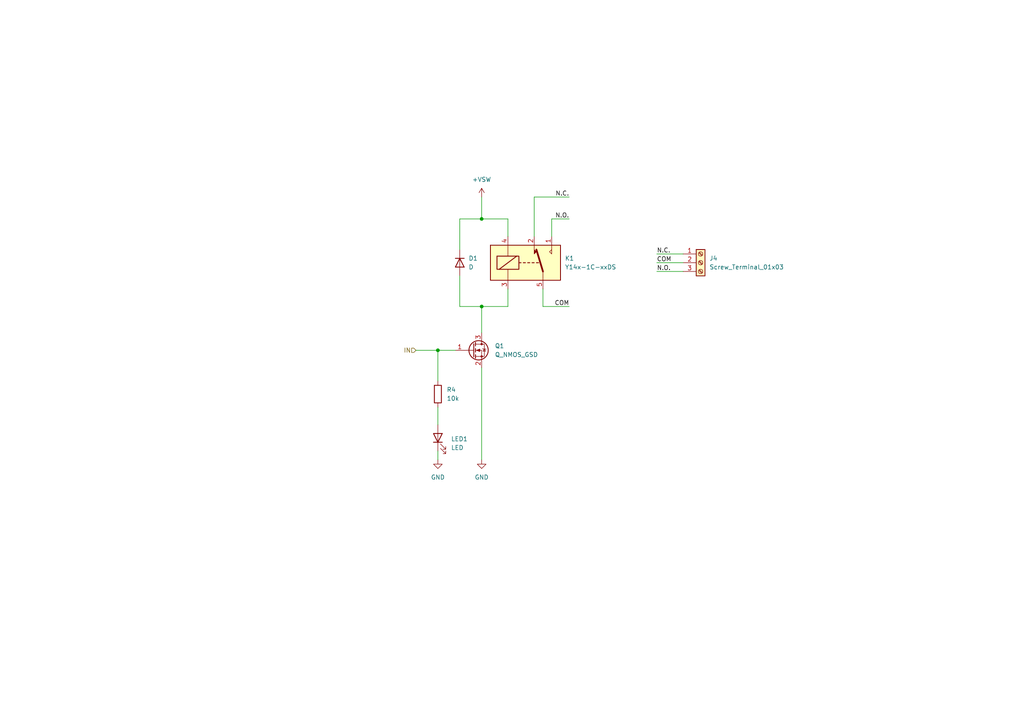
<source format=kicad_sch>
(kicad_sch (version 20211123) (generator eeschema)

  (uuid ee5bd258-5123-485c-ae03-155c1a7e07dd)

  (paper "A4")

  (lib_symbols
    (symbol "Library:D" (pin_numbers hide) (pin_names (offset 1.016) hide) (in_bom yes) (on_board yes)
      (property "Reference" "D" (id 0) (at 0 2.54 0)
        (effects (font (size 1.27 1.27)))
      )
      (property "Value" "D" (id 1) (at 0 -2.54 0)
        (effects (font (size 1.27 1.27)))
      )
      (property "Footprint" "" (id 2) (at 0 0 0)
        (effects (font (size 1.27 1.27)) hide)
      )
      (property "Datasheet" "~" (id 3) (at 0 0 0)
        (effects (font (size 1.27 1.27)) hide)
      )
      (property "ki_keywords" "diode" (id 4) (at 0 0 0)
        (effects (font (size 1.27 1.27)) hide)
      )
      (property "ki_description" "Diode" (id 5) (at 0 0 0)
        (effects (font (size 1.27 1.27)) hide)
      )
      (property "ki_fp_filters" "TO-???* *_Diode_* *SingleDiode* D_*" (id 6) (at 0 0 0)
        (effects (font (size 1.27 1.27)) hide)
      )
      (symbol "D_0_1"
        (polyline
          (pts
            (xy -1.27 1.27)
            (xy -1.27 -1.27)
          )
          (stroke (width 0.254) (type default) (color 0 0 0 0))
          (fill (type none))
        )
        (polyline
          (pts
            (xy 1.27 0)
            (xy -1.27 0)
          )
          (stroke (width 0) (type default) (color 0 0 0 0))
          (fill (type none))
        )
        (polyline
          (pts
            (xy 1.27 1.27)
            (xy 1.27 -1.27)
            (xy -1.27 0)
            (xy 1.27 1.27)
          )
          (stroke (width 0.254) (type default) (color 0 0 0 0))
          (fill (type none))
        )
      )
      (symbol "D_1_1"
        (pin passive line (at -3.81 0 0) (length 2.54)
          (name "K" (effects (font (size 1.27 1.27))))
          (number "1" (effects (font (size 1.27 1.27))))
        )
        (pin passive line (at 3.81 0 180) (length 2.54)
          (name "A" (effects (font (size 1.27 1.27))))
          (number "2" (effects (font (size 1.27 1.27))))
        )
      )
    )
    (symbol "Library:LED" (pin_numbers hide) (pin_names (offset 1.016) hide) (in_bom yes) (on_board yes)
      (property "Reference" "D" (id 0) (at 0 2.54 0)
        (effects (font (size 1.27 1.27)))
      )
      (property "Value" "LED" (id 1) (at 0 -2.54 0)
        (effects (font (size 1.27 1.27)))
      )
      (property "Footprint" "" (id 2) (at 0 0 0)
        (effects (font (size 1.27 1.27)) hide)
      )
      (property "Datasheet" "~" (id 3) (at 0 0 0)
        (effects (font (size 1.27 1.27)) hide)
      )
      (property "ki_keywords" "LED diode" (id 4) (at 0 0 0)
        (effects (font (size 1.27 1.27)) hide)
      )
      (property "ki_description" "Light emitting diode" (id 5) (at 0 0 0)
        (effects (font (size 1.27 1.27)) hide)
      )
      (property "ki_fp_filters" "LED* LED_SMD:* LED_THT:*" (id 6) (at 0 0 0)
        (effects (font (size 1.27 1.27)) hide)
      )
      (symbol "LED_0_1"
        (polyline
          (pts
            (xy -1.27 -1.27)
            (xy -1.27 1.27)
          )
          (stroke (width 0.254) (type default) (color 0 0 0 0))
          (fill (type none))
        )
        (polyline
          (pts
            (xy -1.27 0)
            (xy 1.27 0)
          )
          (stroke (width 0) (type default) (color 0 0 0 0))
          (fill (type none))
        )
        (polyline
          (pts
            (xy 1.27 -1.27)
            (xy 1.27 1.27)
            (xy -1.27 0)
            (xy 1.27 -1.27)
          )
          (stroke (width 0.254) (type default) (color 0 0 0 0))
          (fill (type none))
        )
        (polyline
          (pts
            (xy -3.048 -0.762)
            (xy -4.572 -2.286)
            (xy -3.81 -2.286)
            (xy -4.572 -2.286)
            (xy -4.572 -1.524)
          )
          (stroke (width 0) (type default) (color 0 0 0 0))
          (fill (type none))
        )
        (polyline
          (pts
            (xy -1.778 -0.762)
            (xy -3.302 -2.286)
            (xy -2.54 -2.286)
            (xy -3.302 -2.286)
            (xy -3.302 -1.524)
          )
          (stroke (width 0) (type default) (color 0 0 0 0))
          (fill (type none))
        )
      )
      (symbol "LED_1_1"
        (pin passive line (at -3.81 0 0) (length 2.54)
          (name "K" (effects (font (size 1.27 1.27))))
          (number "1" (effects (font (size 1.27 1.27))))
        )
        (pin passive line (at 3.81 0 180) (length 2.54)
          (name "A" (effects (font (size 1.27 1.27))))
          (number "2" (effects (font (size 1.27 1.27))))
        )
      )
    )
    (symbol "Library:Q_NMOS_GSD" (pin_names (offset 0) hide) (in_bom yes) (on_board yes)
      (property "Reference" "Q" (id 0) (at 5.08 1.27 0)
        (effects (font (size 1.27 1.27)) (justify left))
      )
      (property "Value" "Q_NMOS_GSD" (id 1) (at 5.08 -1.27 0)
        (effects (font (size 1.27 1.27)) (justify left))
      )
      (property "Footprint" "" (id 2) (at 5.08 2.54 0)
        (effects (font (size 1.27 1.27)) hide)
      )
      (property "Datasheet" "~" (id 3) (at 0 0 0)
        (effects (font (size 1.27 1.27)) hide)
      )
      (property "ki_keywords" "transistor NMOS N-MOS N-MOSFET" (id 4) (at 0 0 0)
        (effects (font (size 1.27 1.27)) hide)
      )
      (property "ki_description" "N-MOSFET transistor, gate/source/drain" (id 5) (at 0 0 0)
        (effects (font (size 1.27 1.27)) hide)
      )
      (symbol "Q_NMOS_GSD_0_1"
        (polyline
          (pts
            (xy 0.254 0)
            (xy -2.54 0)
          )
          (stroke (width 0) (type default) (color 0 0 0 0))
          (fill (type none))
        )
        (polyline
          (pts
            (xy 0.254 1.905)
            (xy 0.254 -1.905)
          )
          (stroke (width 0.254) (type default) (color 0 0 0 0))
          (fill (type none))
        )
        (polyline
          (pts
            (xy 0.762 -1.27)
            (xy 0.762 -2.286)
          )
          (stroke (width 0.254) (type default) (color 0 0 0 0))
          (fill (type none))
        )
        (polyline
          (pts
            (xy 0.762 0.508)
            (xy 0.762 -0.508)
          )
          (stroke (width 0.254) (type default) (color 0 0 0 0))
          (fill (type none))
        )
        (polyline
          (pts
            (xy 0.762 2.286)
            (xy 0.762 1.27)
          )
          (stroke (width 0.254) (type default) (color 0 0 0 0))
          (fill (type none))
        )
        (polyline
          (pts
            (xy 2.54 2.54)
            (xy 2.54 1.778)
          )
          (stroke (width 0) (type default) (color 0 0 0 0))
          (fill (type none))
        )
        (polyline
          (pts
            (xy 2.54 -2.54)
            (xy 2.54 0)
            (xy 0.762 0)
          )
          (stroke (width 0) (type default) (color 0 0 0 0))
          (fill (type none))
        )
        (polyline
          (pts
            (xy 0.762 -1.778)
            (xy 3.302 -1.778)
            (xy 3.302 1.778)
            (xy 0.762 1.778)
          )
          (stroke (width 0) (type default) (color 0 0 0 0))
          (fill (type none))
        )
        (polyline
          (pts
            (xy 1.016 0)
            (xy 2.032 0.381)
            (xy 2.032 -0.381)
            (xy 1.016 0)
          )
          (stroke (width 0) (type default) (color 0 0 0 0))
          (fill (type outline))
        )
        (polyline
          (pts
            (xy 2.794 0.508)
            (xy 2.921 0.381)
            (xy 3.683 0.381)
            (xy 3.81 0.254)
          )
          (stroke (width 0) (type default) (color 0 0 0 0))
          (fill (type none))
        )
        (polyline
          (pts
            (xy 3.302 0.381)
            (xy 2.921 -0.254)
            (xy 3.683 -0.254)
            (xy 3.302 0.381)
          )
          (stroke (width 0) (type default) (color 0 0 0 0))
          (fill (type none))
        )
        (circle (center 1.651 0) (radius 2.794)
          (stroke (width 0.254) (type default) (color 0 0 0 0))
          (fill (type none))
        )
        (circle (center 2.54 -1.778) (radius 0.254)
          (stroke (width 0) (type default) (color 0 0 0 0))
          (fill (type outline))
        )
        (circle (center 2.54 1.778) (radius 0.254)
          (stroke (width 0) (type default) (color 0 0 0 0))
          (fill (type outline))
        )
      )
      (symbol "Q_NMOS_GSD_1_1"
        (pin input line (at -5.08 0 0) (length 2.54)
          (name "G" (effects (font (size 1.27 1.27))))
          (number "1" (effects (font (size 1.27 1.27))))
        )
        (pin passive line (at 2.54 -5.08 90) (length 2.54)
          (name "S" (effects (font (size 1.27 1.27))))
          (number "2" (effects (font (size 1.27 1.27))))
        )
        (pin passive line (at 2.54 5.08 270) (length 2.54)
          (name "D" (effects (font (size 1.27 1.27))))
          (number "3" (effects (font (size 1.27 1.27))))
        )
      )
    )
    (symbol "Library:R" (pin_numbers hide) (pin_names (offset 0)) (in_bom yes) (on_board yes)
      (property "Reference" "R" (id 0) (at 2.032 0 90)
        (effects (font (size 1.27 1.27)))
      )
      (property "Value" "R" (id 1) (at 0 0 90)
        (effects (font (size 1.27 1.27)))
      )
      (property "Footprint" "" (id 2) (at -1.778 0 90)
        (effects (font (size 1.27 1.27)) hide)
      )
      (property "Datasheet" "~" (id 3) (at 0 0 0)
        (effects (font (size 1.27 1.27)) hide)
      )
      (property "ki_keywords" "R res resistor" (id 4) (at 0 0 0)
        (effects (font (size 1.27 1.27)) hide)
      )
      (property "ki_description" "Resistor" (id 5) (at 0 0 0)
        (effects (font (size 1.27 1.27)) hide)
      )
      (property "ki_fp_filters" "R_*" (id 6) (at 0 0 0)
        (effects (font (size 1.27 1.27)) hide)
      )
      (symbol "R_0_1"
        (rectangle (start -1.016 -2.54) (end 1.016 2.54)
          (stroke (width 0.254) (type default) (color 0 0 0 0))
          (fill (type none))
        )
      )
      (symbol "R_1_1"
        (pin passive line (at 0 3.81 270) (length 1.27)
          (name "~" (effects (font (size 1.27 1.27))))
          (number "1" (effects (font (size 1.27 1.27))))
        )
        (pin passive line (at 0 -3.81 90) (length 1.27)
          (name "~" (effects (font (size 1.27 1.27))))
          (number "2" (effects (font (size 1.27 1.27))))
        )
      )
    )
    (symbol "Library:Screw_Terminal_01x03" (pin_names (offset 1.016) hide) (in_bom yes) (on_board yes)
      (property "Reference" "J" (id 0) (at 0 5.08 0)
        (effects (font (size 1.27 1.27)))
      )
      (property "Value" "Screw_Terminal_01x03" (id 1) (at 0 -5.08 0)
        (effects (font (size 1.27 1.27)))
      )
      (property "Footprint" "" (id 2) (at 0 0 0)
        (effects (font (size 1.27 1.27)) hide)
      )
      (property "Datasheet" "~" (id 3) (at 0 0 0)
        (effects (font (size 1.27 1.27)) hide)
      )
      (property "ki_keywords" "screw terminal" (id 4) (at 0 0 0)
        (effects (font (size 1.27 1.27)) hide)
      )
      (property "ki_description" "Generic screw terminal, single row, 01x03, script generated (kicad-library-utils/schlib/autogen/connector/)" (id 5) (at 0 0 0)
        (effects (font (size 1.27 1.27)) hide)
      )
      (property "ki_fp_filters" "TerminalBlock*:*" (id 6) (at 0 0 0)
        (effects (font (size 1.27 1.27)) hide)
      )
      (symbol "Screw_Terminal_01x03_1_1"
        (rectangle (start -1.27 3.81) (end 1.27 -3.81)
          (stroke (width 0.254) (type default) (color 0 0 0 0))
          (fill (type background))
        )
        (circle (center 0 -2.54) (radius 0.635)
          (stroke (width 0.1524) (type default) (color 0 0 0 0))
          (fill (type none))
        )
        (polyline
          (pts
            (xy -0.5334 -2.2098)
            (xy 0.3302 -3.048)
          )
          (stroke (width 0.1524) (type default) (color 0 0 0 0))
          (fill (type none))
        )
        (polyline
          (pts
            (xy -0.5334 0.3302)
            (xy 0.3302 -0.508)
          )
          (stroke (width 0.1524) (type default) (color 0 0 0 0))
          (fill (type none))
        )
        (polyline
          (pts
            (xy -0.5334 2.8702)
            (xy 0.3302 2.032)
          )
          (stroke (width 0.1524) (type default) (color 0 0 0 0))
          (fill (type none))
        )
        (polyline
          (pts
            (xy -0.3556 -2.032)
            (xy 0.508 -2.8702)
          )
          (stroke (width 0.1524) (type default) (color 0 0 0 0))
          (fill (type none))
        )
        (polyline
          (pts
            (xy -0.3556 0.508)
            (xy 0.508 -0.3302)
          )
          (stroke (width 0.1524) (type default) (color 0 0 0 0))
          (fill (type none))
        )
        (polyline
          (pts
            (xy -0.3556 3.048)
            (xy 0.508 2.2098)
          )
          (stroke (width 0.1524) (type default) (color 0 0 0 0))
          (fill (type none))
        )
        (circle (center 0 0) (radius 0.635)
          (stroke (width 0.1524) (type default) (color 0 0 0 0))
          (fill (type none))
        )
        (circle (center 0 2.54) (radius 0.635)
          (stroke (width 0.1524) (type default) (color 0 0 0 0))
          (fill (type none))
        )
        (pin passive line (at -5.08 2.54 0) (length 3.81)
          (name "Pin_1" (effects (font (size 1.27 1.27))))
          (number "1" (effects (font (size 1.27 1.27))))
        )
        (pin passive line (at -5.08 0 0) (length 3.81)
          (name "Pin_2" (effects (font (size 1.27 1.27))))
          (number "2" (effects (font (size 1.27 1.27))))
        )
        (pin passive line (at -5.08 -2.54 0) (length 3.81)
          (name "Pin_3" (effects (font (size 1.27 1.27))))
          (number "3" (effects (font (size 1.27 1.27))))
        )
      )
    )
    (symbol "Library:Y14x-1C-xxDS" (in_bom yes) (on_board yes)
      (property "Reference" "K" (id 0) (at 11.43 3.81 0)
        (effects (font (size 1.27 1.27)) (justify left))
      )
      (property "Value" "Y14x-1C-xxDS" (id 1) (at 11.43 1.27 0)
        (effects (font (size 1.27 1.27)) (justify left))
      )
      (property "Footprint" "Relay_THT:Relay_SPDT_HsinDa_Y14" (id 2) (at 11.43 -1.27 0)
        (effects (font (size 1.27 1.27)) (justify left) hide)
      )
      (property "Datasheet" "http://www.hsinda.com.cn/en/imgdown.asp?FileName=UploadFiles/201431310240386.pdf" (id 3) (at 0 0 0)
        (effects (font (size 1.27 1.27)) hide)
      )
      (property "ki_keywords" "Relay SPDT" (id 4) (at 0 0 0)
        (effects (font (size 1.27 1.27)) hide)
      )
      (property "ki_description" "Hsin Da Y14-series relay, Single Pole Dual Throw" (id 5) (at 0 0 0)
        (effects (font (size 1.27 1.27)) hide)
      )
      (property "ki_fp_filters" "Relay*Y14*" (id 6) (at 0 0 0)
        (effects (font (size 1.27 1.27)) hide)
      )
      (symbol "Y14x-1C-xxDS_0_0"
        (polyline
          (pts
            (xy 7.62 5.08)
            (xy 7.62 2.54)
            (xy 6.985 3.175)
            (xy 7.62 3.81)
          )
          (stroke (width 0) (type default) (color 0 0 0 0))
          (fill (type none))
        )
      )
      (symbol "Y14x-1C-xxDS_0_1"
        (rectangle (start -10.16 5.08) (end 10.16 -5.08)
          (stroke (width 0.254) (type default) (color 0 0 0 0))
          (fill (type background))
        )
        (rectangle (start -8.255 1.905) (end -1.905 -1.905)
          (stroke (width 0.254) (type default) (color 0 0 0 0))
          (fill (type none))
        )
        (polyline
          (pts
            (xy -7.62 -1.905)
            (xy -2.54 1.905)
          )
          (stroke (width 0.254) (type default) (color 0 0 0 0))
          (fill (type none))
        )
        (polyline
          (pts
            (xy -5.08 -5.08)
            (xy -5.08 -1.905)
          )
          (stroke (width 0) (type default) (color 0 0 0 0))
          (fill (type none))
        )
        (polyline
          (pts
            (xy -5.08 5.08)
            (xy -5.08 1.905)
          )
          (stroke (width 0) (type default) (color 0 0 0 0))
          (fill (type none))
        )
        (polyline
          (pts
            (xy -1.905 0)
            (xy -1.27 0)
          )
          (stroke (width 0.254) (type default) (color 0 0 0 0))
          (fill (type none))
        )
        (polyline
          (pts
            (xy -0.635 0)
            (xy 0 0)
          )
          (stroke (width 0.254) (type default) (color 0 0 0 0))
          (fill (type none))
        )
        (polyline
          (pts
            (xy 0.635 0)
            (xy 1.27 0)
          )
          (stroke (width 0.254) (type default) (color 0 0 0 0))
          (fill (type none))
        )
        (polyline
          (pts
            (xy 1.905 0)
            (xy 2.54 0)
          )
          (stroke (width 0.254) (type default) (color 0 0 0 0))
          (fill (type none))
        )
        (polyline
          (pts
            (xy 3.175 0)
            (xy 3.81 0)
          )
          (stroke (width 0.254) (type default) (color 0 0 0 0))
          (fill (type none))
        )
        (polyline
          (pts
            (xy 5.08 -2.54)
            (xy 3.175 3.81)
          )
          (stroke (width 0.508) (type default) (color 0 0 0 0))
          (fill (type none))
        )
        (polyline
          (pts
            (xy 5.08 -2.54)
            (xy 5.08 -5.08)
          )
          (stroke (width 0) (type default) (color 0 0 0 0))
          (fill (type none))
        )
        (polyline
          (pts
            (xy 2.54 5.08)
            (xy 2.54 2.54)
            (xy 3.175 3.175)
            (xy 2.54 3.81)
          )
          (stroke (width 0) (type default) (color 0 0 0 0))
          (fill (type outline))
        )
      )
      (symbol "Y14x-1C-xxDS_1_1"
        (pin passive line (at 7.62 7.62 270) (length 2.54)
          (name "~" (effects (font (size 1.27 1.27))))
          (number "1" (effects (font (size 1.27 1.27))))
        )
        (pin passive line (at 2.54 7.62 270) (length 2.54)
          (name "~" (effects (font (size 1.27 1.27))))
          (number "2" (effects (font (size 1.27 1.27))))
        )
        (pin passive line (at -5.08 -7.62 90) (length 2.54)
          (name "~" (effects (font (size 1.27 1.27))))
          (number "3" (effects (font (size 1.27 1.27))))
        )
        (pin passive line (at -5.08 7.62 270) (length 2.54)
          (name "~" (effects (font (size 1.27 1.27))))
          (number "4" (effects (font (size 1.27 1.27))))
        )
        (pin passive line (at 5.08 -7.62 90) (length 2.54)
          (name "~" (effects (font (size 1.27 1.27))))
          (number "5" (effects (font (size 1.27 1.27))))
        )
        (pin passive line (at 5.08 -7.62 90) (length 2.54) hide
          (name "~" (effects (font (size 1.27 1.27))))
          (number "6" (effects (font (size 1.27 1.27))))
        )
      )
    )
    (symbol "power:+VSW" (power) (pin_names (offset 0)) (in_bom yes) (on_board yes)
      (property "Reference" "#PWR" (id 0) (at 0 -3.81 0)
        (effects (font (size 1.27 1.27)) hide)
      )
      (property "Value" "+VSW" (id 1) (at 0 3.556 0)
        (effects (font (size 1.27 1.27)))
      )
      (property "Footprint" "" (id 2) (at 0 0 0)
        (effects (font (size 1.27 1.27)) hide)
      )
      (property "Datasheet" "" (id 3) (at 0 0 0)
        (effects (font (size 1.27 1.27)) hide)
      )
      (property "ki_keywords" "power-flag" (id 4) (at 0 0 0)
        (effects (font (size 1.27 1.27)) hide)
      )
      (property "ki_description" "Power symbol creates a global label with name \"+VSW\"" (id 5) (at 0 0 0)
        (effects (font (size 1.27 1.27)) hide)
      )
      (symbol "+VSW_0_1"
        (polyline
          (pts
            (xy -0.762 1.27)
            (xy 0 2.54)
          )
          (stroke (width 0) (type default) (color 0 0 0 0))
          (fill (type none))
        )
        (polyline
          (pts
            (xy 0 0)
            (xy 0 2.54)
          )
          (stroke (width 0) (type default) (color 0 0 0 0))
          (fill (type none))
        )
        (polyline
          (pts
            (xy 0 2.54)
            (xy 0.762 1.27)
          )
          (stroke (width 0) (type default) (color 0 0 0 0))
          (fill (type none))
        )
      )
      (symbol "+VSW_1_1"
        (pin power_in line (at 0 0 90) (length 0) hide
          (name "+VSW" (effects (font (size 1.27 1.27))))
          (number "1" (effects (font (size 1.27 1.27))))
        )
      )
    )
    (symbol "power:GND" (power) (pin_names (offset 0)) (in_bom yes) (on_board yes)
      (property "Reference" "#PWR" (id 0) (at 0 -6.35 0)
        (effects (font (size 1.27 1.27)) hide)
      )
      (property "Value" "GND" (id 1) (at 0 -3.81 0)
        (effects (font (size 1.27 1.27)))
      )
      (property "Footprint" "" (id 2) (at 0 0 0)
        (effects (font (size 1.27 1.27)) hide)
      )
      (property "Datasheet" "" (id 3) (at 0 0 0)
        (effects (font (size 1.27 1.27)) hide)
      )
      (property "ki_keywords" "power-flag" (id 4) (at 0 0 0)
        (effects (font (size 1.27 1.27)) hide)
      )
      (property "ki_description" "Power symbol creates a global label with name \"GND\" , ground" (id 5) (at 0 0 0)
        (effects (font (size 1.27 1.27)) hide)
      )
      (symbol "GND_0_1"
        (polyline
          (pts
            (xy 0 0)
            (xy 0 -1.27)
            (xy 1.27 -1.27)
            (xy 0 -2.54)
            (xy -1.27 -1.27)
            (xy 0 -1.27)
          )
          (stroke (width 0) (type default) (color 0 0 0 0))
          (fill (type none))
        )
      )
      (symbol "GND_1_1"
        (pin power_in line (at 0 0 270) (length 0) hide
          (name "GND" (effects (font (size 1.27 1.27))))
          (number "1" (effects (font (size 1.27 1.27))))
        )
      )
    )
  )

  (junction (at 139.7 63.5) (diameter 0) (color 0 0 0 0)
    (uuid 5e075811-4e7b-48d3-ad8e-d82b75559c0d)
  )
  (junction (at 127 101.6) (diameter 0) (color 0 0 0 0)
    (uuid 9bde7081-6ef3-4562-860f-ae4bc994b411)
  )
  (junction (at 139.7 88.9) (diameter 0) (color 0 0 0 0)
    (uuid e0482e44-3da9-45cc-8b63-3eabc0243e0c)
  )

  (wire (pts (xy 157.48 88.9) (xy 165.1 88.9))
    (stroke (width 0) (type default) (color 0 0 0 0))
    (uuid 032d1ecd-ce3b-4419-83df-9f004430eba2)
  )
  (wire (pts (xy 139.7 106.68) (xy 139.7 133.35))
    (stroke (width 0) (type default) (color 0 0 0 0))
    (uuid 0e22d91a-0059-4c7d-84db-d381de72519a)
  )
  (wire (pts (xy 139.7 63.5) (xy 147.32 63.5))
    (stroke (width 0) (type default) (color 0 0 0 0))
    (uuid 22eebe30-f334-4056-a8a2-466cfdb48014)
  )
  (wire (pts (xy 127 130.81) (xy 127 133.35))
    (stroke (width 0) (type default) (color 0 0 0 0))
    (uuid 3332f932-a59c-4ab9-a7ff-64e6a365d6f2)
  )
  (wire (pts (xy 127 101.6) (xy 127 110.49))
    (stroke (width 0) (type default) (color 0 0 0 0))
    (uuid 3776e48a-aafc-4303-98e6-e5b4467d1d05)
  )
  (wire (pts (xy 120.65 101.6) (xy 127 101.6))
    (stroke (width 0) (type default) (color 0 0 0 0))
    (uuid 41a9b60b-e013-4397-8d70-9300763073f7)
  )
  (wire (pts (xy 147.32 88.9) (xy 139.7 88.9))
    (stroke (width 0) (type default) (color 0 0 0 0))
    (uuid 49743a77-5742-4675-baec-ab0896b03d92)
  )
  (wire (pts (xy 133.35 88.9) (xy 133.35 80.01))
    (stroke (width 0) (type default) (color 0 0 0 0))
    (uuid 7efe8cd8-67c2-4fab-840b-01fe8dc2fb37)
  )
  (wire (pts (xy 127 118.11) (xy 127 123.19))
    (stroke (width 0) (type default) (color 0 0 0 0))
    (uuid 7ffc9737-e84e-440c-abd5-4e52dffe27d5)
  )
  (wire (pts (xy 190.5 78.74) (xy 198.12 78.74))
    (stroke (width 0) (type default) (color 0 0 0 0))
    (uuid 8968c246-9ffc-488d-aaad-bc498c160aba)
  )
  (wire (pts (xy 160.02 63.5) (xy 165.1 63.5))
    (stroke (width 0) (type default) (color 0 0 0 0))
    (uuid 8e4f6230-eff6-44f5-8c98-fef212e60b0b)
  )
  (wire (pts (xy 139.7 88.9) (xy 139.7 96.52))
    (stroke (width 0) (type default) (color 0 0 0 0))
    (uuid 90c221af-108b-45b4-a4cc-25b5984f29b7)
  )
  (wire (pts (xy 190.5 76.2) (xy 198.12 76.2))
    (stroke (width 0) (type default) (color 0 0 0 0))
    (uuid 9efacc01-57e5-4e2f-b5ba-8f419c24461d)
  )
  (wire (pts (xy 154.94 68.58) (xy 154.94 57.15))
    (stroke (width 0) (type default) (color 0 0 0 0))
    (uuid a2034de4-18b5-489e-b440-e34aebbdf1db)
  )
  (wire (pts (xy 160.02 68.58) (xy 160.02 63.5))
    (stroke (width 0) (type default) (color 0 0 0 0))
    (uuid a39728cf-d43e-432a-8fe7-2b6b0d5531b5)
  )
  (wire (pts (xy 139.7 57.15) (xy 139.7 63.5))
    (stroke (width 0) (type default) (color 0 0 0 0))
    (uuid a7599506-e995-4bc6-87c3-884c811eb782)
  )
  (wire (pts (xy 154.94 57.15) (xy 165.1 57.15))
    (stroke (width 0) (type default) (color 0 0 0 0))
    (uuid b6ded664-aa9e-43bd-bedb-27ad59b2b611)
  )
  (wire (pts (xy 139.7 63.5) (xy 133.35 63.5))
    (stroke (width 0) (type default) (color 0 0 0 0))
    (uuid b73e5f5e-9082-4edf-99d0-f2d95ade31be)
  )
  (wire (pts (xy 147.32 88.9) (xy 147.32 83.82))
    (stroke (width 0) (type default) (color 0 0 0 0))
    (uuid d67cb6fe-5252-4112-827b-899a86a3f967)
  )
  (wire (pts (xy 133.35 63.5) (xy 133.35 72.39))
    (stroke (width 0) (type default) (color 0 0 0 0))
    (uuid e0af2eef-3062-4cb1-82c3-ce53fb3f0af2)
  )
  (wire (pts (xy 127 101.6) (xy 132.08 101.6))
    (stroke (width 0) (type default) (color 0 0 0 0))
    (uuid e0d03ac3-488e-4a43-8525-58e8134ce304)
  )
  (wire (pts (xy 139.7 88.9) (xy 133.35 88.9))
    (stroke (width 0) (type default) (color 0 0 0 0))
    (uuid e974414e-2a9b-41a2-9469-397782c565f7)
  )
  (wire (pts (xy 157.48 83.82) (xy 157.48 88.9))
    (stroke (width 0) (type default) (color 0 0 0 0))
    (uuid ed295c20-63d0-4a82-bbf8-53f3f4862c1d)
  )
  (wire (pts (xy 190.5 73.66) (xy 198.12 73.66))
    (stroke (width 0) (type default) (color 0 0 0 0))
    (uuid f17a7861-ab59-471e-a4b8-8ddd0c32dea1)
  )
  (wire (pts (xy 147.32 63.5) (xy 147.32 68.58))
    (stroke (width 0) (type default) (color 0 0 0 0))
    (uuid ff49818e-95ac-4769-bcb9-cc5b04bf5935)
  )

  (label "N.C." (at 190.5 73.66 0)
    (effects (font (size 1.27 1.27)) (justify left bottom))
    (uuid 2c6e5f12-2a69-4b7b-944e-32c13f634561)
  )
  (label "N.O." (at 165.1 63.5 180)
    (effects (font (size 1.27 1.27)) (justify right bottom))
    (uuid 33145d30-5eab-4ef0-b8e5-d696c4fc9d22)
  )
  (label "N.C." (at 165.1 57.15 180)
    (effects (font (size 1.27 1.27)) (justify right bottom))
    (uuid 3c746153-dbc8-4489-bd6d-1e351bc73350)
  )
  (label "COM" (at 190.5 76.2 0)
    (effects (font (size 1.27 1.27)) (justify left bottom))
    (uuid 5eb0c677-e293-41cf-951d-90092869fb05)
  )
  (label "N.O." (at 190.5 78.74 0)
    (effects (font (size 1.27 1.27)) (justify left bottom))
    (uuid 8fe35e8b-059f-4442-9ce2-9c1b68c015ac)
  )
  (label "COM" (at 165.1 88.9 180)
    (effects (font (size 1.27 1.27)) (justify right bottom))
    (uuid 900a53ef-6f04-4909-ae5d-76345558ce86)
  )

  (hierarchical_label "IN" (shape input) (at 120.65 101.6 180)
    (effects (font (size 1.27 1.27)) (justify right))
    (uuid 91ffeae9-c4c3-42ac-93e5-3546be6fd630)
  )

  (symbol (lib_id "Library:LED") (at 127 127 90) (unit 1)
    (in_bom yes) (on_board yes) (fields_autoplaced)
    (uuid 0393613b-d242-425a-91c3-740ff8cd7d02)
    (property "Reference" "LED1" (id 0) (at 130.81 127.3174 90)
      (effects (font (size 1.27 1.27)) (justify right))
    )
    (property "Value" "LED" (id 1) (at 130.81 129.8574 90)
      (effects (font (size 1.27 1.27)) (justify right))
    )
    (property "Footprint" "LED_SMD:LED_0603_1608Metric" (id 2) (at 127 127 0)
      (effects (font (size 1.27 1.27)) hide)
    )
    (property "Datasheet" "~" (id 3) (at 127 127 0)
      (effects (font (size 1.27 1.27)) hide)
    )
    (property "lcsc" "C2290" (id 4) (at 127 127 0)
      (effects (font (size 1.27 1.27)) hide)
    )
    (pin "1" (uuid 34a3ec4c-281b-4b98-aeda-1959bdaa74f2))
    (pin "2" (uuid bb505c3f-2870-4d8a-926d-c440bd6aece0))
  )

  (symbol (lib_id "Library:R") (at 127 114.3 0) (unit 1)
    (in_bom yes) (on_board yes) (fields_autoplaced)
    (uuid 3607cd99-e57e-4884-8fc5-d09481966688)
    (property "Reference" "R4" (id 0) (at 129.54 113.0299 0)
      (effects (font (size 1.27 1.27)) (justify left))
    )
    (property "Value" "10k" (id 1) (at 129.54 115.5699 0)
      (effects (font (size 1.27 1.27)) (justify left))
    )
    (property "Footprint" "Resistor_SMD:R_0603_1608Metric" (id 2) (at 125.222 114.3 90)
      (effects (font (size 1.27 1.27)) hide)
    )
    (property "Datasheet" "~" (id 3) (at 127 114.3 0)
      (effects (font (size 1.27 1.27)) hide)
    )
    (property "lcsc" "C23162" (id 4) (at 127 114.3 0)
      (effects (font (size 1.27 1.27)) hide)
    )
    (pin "1" (uuid c2f03686-6636-4fee-91af-e4445d6315dd))
    (pin "2" (uuid 4f69bce1-a599-40cf-a6a3-9b0e30202690))
  )

  (symbol (lib_id "power:+VSW") (at 139.7 57.15 0) (unit 1)
    (in_bom yes) (on_board yes) (fields_autoplaced)
    (uuid 3b6b65d4-ae37-4944-b241-205ea3e64b3a)
    (property "Reference" "#PWR021" (id 0) (at 139.7 60.96 0)
      (effects (font (size 1.27 1.27)) hide)
    )
    (property "Value" "+VSW" (id 1) (at 139.7 52.07 0))
    (property "Footprint" "" (id 2) (at 139.7 57.15 0)
      (effects (font (size 1.27 1.27)) hide)
    )
    (property "Datasheet" "" (id 3) (at 139.7 57.15 0)
      (effects (font (size 1.27 1.27)) hide)
    )
    (pin "1" (uuid 85a23c18-7cf3-4c5c-a15a-f619b2d952a1))
  )

  (symbol (lib_id "Library:D") (at 133.35 76.2 270) (unit 1)
    (in_bom yes) (on_board yes) (fields_autoplaced)
    (uuid 565e0433-6218-4ac1-b2ca-bf3e5dce8787)
    (property "Reference" "D1" (id 0) (at 135.89 74.9299 90)
      (effects (font (size 1.27 1.27)) (justify left))
    )
    (property "Value" "D" (id 1) (at 135.89 77.4699 90)
      (effects (font (size 1.27 1.27)) (justify left))
    )
    (property "Footprint" "" (id 2) (at 133.35 76.2 0)
      (effects (font (size 1.27 1.27)) hide)
    )
    (property "Datasheet" "~" (id 3) (at 133.35 76.2 0)
      (effects (font (size 1.27 1.27)) hide)
    )
    (property "lcsc" "C2128" (id 4) (at 133.35 76.2 0)
      (effects (font (size 1.27 1.27)) hide)
    )
    (pin "1" (uuid 4680a309-6ffb-437a-8a7e-bbc06d01a8e8))
    (pin "2" (uuid 30657036-720c-4274-9725-5c2613fc6f9f))
  )

  (symbol (lib_id "power:GND") (at 139.7 133.35 0) (unit 1)
    (in_bom yes) (on_board yes) (fields_autoplaced)
    (uuid 78715c47-ae8a-416b-af05-403caacc1635)
    (property "Reference" "#PWR022" (id 0) (at 139.7 139.7 0)
      (effects (font (size 1.27 1.27)) hide)
    )
    (property "Value" "GND" (id 1) (at 139.7 138.43 0))
    (property "Footprint" "" (id 2) (at 139.7 133.35 0)
      (effects (font (size 1.27 1.27)) hide)
    )
    (property "Datasheet" "" (id 3) (at 139.7 133.35 0)
      (effects (font (size 1.27 1.27)) hide)
    )
    (pin "1" (uuid 91da696e-2418-49da-be2f-501593b83c06))
  )

  (symbol (lib_id "Library:Q_NMOS_GSD") (at 137.16 101.6 0) (unit 1)
    (in_bom yes) (on_board yes) (fields_autoplaced)
    (uuid 9b9b8346-968b-481e-996b-c79273a22f40)
    (property "Reference" "Q1" (id 0) (at 143.51 100.3299 0)
      (effects (font (size 1.27 1.27)) (justify left))
    )
    (property "Value" "Q_NMOS_GSD" (id 1) (at 143.51 102.8699 0)
      (effects (font (size 1.27 1.27)) (justify left))
    )
    (property "Footprint" "Package_TO_SOT_SMD:SOT-23" (id 2) (at 142.24 99.06 0)
      (effects (font (size 1.27 1.27)) hide)
    )
    (property "Datasheet" "~" (id 3) (at 137.16 101.6 0)
      (effects (font (size 1.27 1.27)) hide)
    )
    (property "lcsc" "C20917" (id 4) (at 137.16 101.6 0)
      (effects (font (size 1.27 1.27)) hide)
    )
    (pin "1" (uuid 56ae9b1d-8917-4b3e-8ee6-4386b90df37e))
    (pin "2" (uuid 06e59f8b-a268-427d-a96a-c6672f8acd5b))
    (pin "3" (uuid adc99274-ab79-417d-b5e3-ed49a3ebe7d4))
  )

  (symbol (lib_id "Library:Screw_Terminal_01x03") (at 203.2 76.2 0) (unit 1)
    (in_bom yes) (on_board yes) (fields_autoplaced)
    (uuid b45fc86d-2ee4-41ff-ac5f-f2d0d02ce2d8)
    (property "Reference" "J4" (id 0) (at 205.74 74.9299 0)
      (effects (font (size 1.27 1.27)) (justify left))
    )
    (property "Value" "Screw_Terminal_01x03" (id 1) (at 205.74 77.4699 0)
      (effects (font (size 1.27 1.27)) (justify left))
    )
    (property "Footprint" "TerminalBlock:TerminalBlock_bornier-3_P5.08mm" (id 2) (at 203.2 76.2 0)
      (effects (font (size 1.27 1.27)) hide)
    )
    (property "Datasheet" "~" (id 3) (at 203.2 76.2 0)
      (effects (font (size 1.27 1.27)) hide)
    )
    (pin "1" (uuid 58e7c785-8f56-4cb7-a53c-db10ae098bd6))
    (pin "2" (uuid a190cf60-8007-4652-96ad-0cf50828a9a8))
    (pin "3" (uuid b9b792c0-30cd-4232-a6f2-034fcadc12fb))
  )

  (symbol (lib_id "power:GND") (at 127 133.35 0) (unit 1)
    (in_bom yes) (on_board yes) (fields_autoplaced)
    (uuid be837158-4480-4df6-a2a6-e18992787dc0)
    (property "Reference" "#PWR020" (id 0) (at 127 139.7 0)
      (effects (font (size 1.27 1.27)) hide)
    )
    (property "Value" "GND" (id 1) (at 127 138.43 0))
    (property "Footprint" "" (id 2) (at 127 133.35 0)
      (effects (font (size 1.27 1.27)) hide)
    )
    (property "Datasheet" "" (id 3) (at 127 133.35 0)
      (effects (font (size 1.27 1.27)) hide)
    )
    (pin "1" (uuid 15fe792e-c3b5-4879-baba-a9db38e20a74))
  )

  (symbol (lib_id "Library:Y14x-1C-xxDS") (at 152.4 76.2 0) (unit 1)
    (in_bom yes) (on_board yes) (fields_autoplaced)
    (uuid deaf4c5e-25fe-4aa3-99cb-bdd531ce197f)
    (property "Reference" "K1" (id 0) (at 163.83 74.9299 0)
      (effects (font (size 1.27 1.27)) (justify left))
    )
    (property "Value" "Y14x-1C-xxDS" (id 1) (at 163.83 77.4699 0)
      (effects (font (size 1.27 1.27)) (justify left))
    )
    (property "Footprint" "Relay_THT:Relay_SPDT_HsinDa_Y14" (id 2) (at 163.83 77.47 0)
      (effects (font (size 1.27 1.27)) (justify left) hide)
    )
    (property "Datasheet" "http://www.hsinda.com.cn/en/imgdown.asp?FileName=UploadFiles/201431310240386.pdf" (id 3) (at 152.4 76.2 0)
      (effects (font (size 1.27 1.27)) hide)
    )
    (property "lcsc" "C259367" (id 4) (at 152.4 76.2 0)
      (effects (font (size 1.27 1.27)) hide)
    )
    (pin "1" (uuid 90caaf72-fc80-4c29-bed6-8f0ee1776c09))
    (pin "2" (uuid d74eafed-8f6f-41c3-93e2-b3c2e36697c0))
    (pin "3" (uuid 6c44d6fc-9e08-4f66-bae7-86d20735c535))
    (pin "4" (uuid ac0c5f5a-1214-4ee2-b4c9-f29c381eb8e7))
    (pin "5" (uuid cb790034-d019-418f-893f-3727bc5ed77b))
    (pin "6" (uuid 91eab31c-263a-45f6-956a-0ba02de9cde8))
  )
)

</source>
